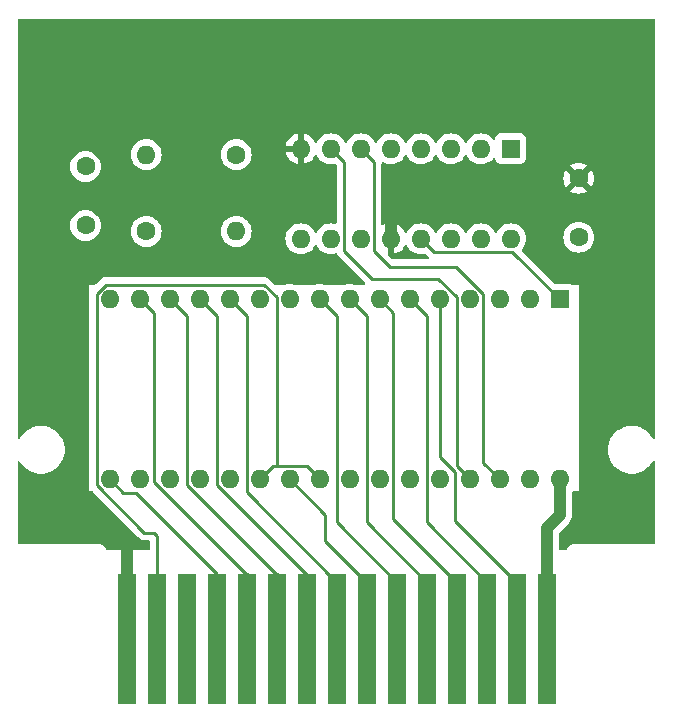
<source format=gbr>
%TF.GenerationSoftware,KiCad,Pcbnew,8.0.6*%
%TF.CreationDate,2025-01-07T17:27:52+02:00*%
%TF.ProjectId,SVI-328-MegaROM,5356492d-3332-4382-9d4d-656761524f4d,1.0*%
%TF.SameCoordinates,Original*%
%TF.FileFunction,Copper,L2,Bot*%
%TF.FilePolarity,Positive*%
%FSLAX46Y46*%
G04 Gerber Fmt 4.6, Leading zero omitted, Abs format (unit mm)*
G04 Created by KiCad (PCBNEW 8.0.6) date 2025-01-07 17:27:52*
%MOMM*%
%LPD*%
G01*
G04 APERTURE LIST*
%TA.AperFunction,ComponentPad*%
%ADD10O,1.600000X1.600000*%
%TD*%
%TA.AperFunction,ComponentPad*%
%ADD11C,1.600000*%
%TD*%
%TA.AperFunction,ComponentPad*%
%ADD12R,1.600000X1.600000*%
%TD*%
%TA.AperFunction,ConnectorPad*%
%ADD13R,1.500000X11.000000*%
%TD*%
%TA.AperFunction,Conductor*%
%ADD14C,1.000000*%
%TD*%
%TA.AperFunction,Conductor*%
%ADD15C,0.250000*%
%TD*%
G04 APERTURE END LIST*
D10*
%TO.P,R2,2*%
%TO.N,Net-(C2-Pad1)*%
X117880000Y-115000000D03*
D11*
%TO.P,R2,1*%
%TO.N,Net-(U2-~{\u03A61})*%
X125500000Y-115000000D03*
%TD*%
%TO.P,R1,1*%
%TO.N,Net-(C2-Pad1)*%
X117880000Y-121500000D03*
D10*
%TO.P,R1,2*%
%TO.N,Net-(U2-\u03A60)*%
X125500000Y-121500000D03*
%TD*%
D12*
%TO.P,U2,1,Q12*%
%TO.N,unconnected-(U2-Q12-Pad1)*%
X148740000Y-114500000D03*
D10*
%TO.P,U2,2,Q13*%
%TO.N,unconnected-(U2-Q13-Pad2)*%
X146200000Y-114500000D03*
%TO.P,U2,3,Q14*%
%TO.N,unconnected-(U2-Q14-Pad3)*%
X143660000Y-114500000D03*
%TO.P,U2,4,Q6*%
%TO.N,Net-(U1-A16)*%
X141120000Y-114500000D03*
%TO.P,U2,5,Q5*%
%TO.N,Net-(U1-A15)*%
X138580000Y-114500000D03*
%TO.P,U2,6,Q7*%
%TO.N,Net-(U1-A17)*%
X136040000Y-114500000D03*
%TO.P,U2,7,Q4*%
%TO.N,Net-(U1-A14)*%
X133500000Y-114500000D03*
%TO.P,U2,8,VSS*%
%TO.N,GND*%
X130960000Y-114500000D03*
%TO.P,U2,9,~{\u03A60}*%
%TO.N,Net-(U2-~{\u03A60})*%
X130960000Y-122120000D03*
%TO.P,U2,10,\u03A60*%
%TO.N,Net-(U2-\u03A60)*%
X133500000Y-122120000D03*
%TO.P,U2,11,~{\u03A61}*%
%TO.N,Net-(U2-~{\u03A61})*%
X136040000Y-122120000D03*
%TO.P,U2,12,CLR*%
%TO.N,GND*%
X138580000Y-122120000D03*
%TO.P,U2,13,Q9*%
%TO.N,Net-(U1-A19)*%
X141120000Y-122120000D03*
%TO.P,U2,14,Q8*%
%TO.N,Net-(U1-A18)*%
X143660000Y-122120000D03*
%TO.P,U2,15,Q10*%
%TO.N,unconnected-(U2-Q10-Pad15)*%
X146200000Y-122120000D03*
%TO.P,U2,16,VDD*%
%TO.N,VCC*%
X148740000Y-122120000D03*
%TD*%
D12*
%TO.P,U1,1,A19*%
%TO.N,Net-(U1-A19)*%
X152900000Y-127260000D03*
D10*
%TO.P,U1,2,A16*%
%TO.N,Net-(U1-A16)*%
X150360000Y-127260000D03*
%TO.P,U1,3,A15*%
%TO.N,Net-(U1-A15)*%
X147820000Y-127260000D03*
%TO.P,U1,4,A12*%
%TO.N,A12*%
X145280000Y-127260000D03*
%TO.P,U1,5,A7*%
%TO.N,A7*%
X142740000Y-127260000D03*
%TO.P,U1,6,A6*%
%TO.N,A6*%
X140200000Y-127260000D03*
%TO.P,U1,7,A5*%
%TO.N,A5*%
X137660000Y-127260000D03*
%TO.P,U1,8,A4*%
%TO.N,A4*%
X135120000Y-127260000D03*
%TO.P,U1,9,A3*%
%TO.N,A3*%
X132580000Y-127260000D03*
%TO.P,U1,10,A2*%
%TO.N,A2*%
X130040000Y-127260000D03*
%TO.P,U1,11,A1*%
%TO.N,A1*%
X127500000Y-127260000D03*
%TO.P,U1,12,A0*%
%TO.N,A0*%
X124960000Y-127260000D03*
%TO.P,U1,13,D0*%
%TO.N,D0*%
X122420000Y-127260000D03*
%TO.P,U1,14,D1*%
%TO.N,D1*%
X119880000Y-127260000D03*
%TO.P,U1,15,D2*%
%TO.N,D2*%
X117340000Y-127260000D03*
%TO.P,U1,16,GND*%
%TO.N,GND*%
X114800000Y-127260000D03*
%TO.P,U1,17,D3*%
%TO.N,D3*%
X114800000Y-142500000D03*
%TO.P,U1,18,D4*%
%TO.N,D4*%
X117340000Y-142500000D03*
%TO.P,U1,19,D5*%
%TO.N,D5*%
X119880000Y-142500000D03*
%TO.P,U1,20,D6*%
%TO.N,D6*%
X122420000Y-142500000D03*
%TO.P,U1,21,D7*%
%TO.N,D7*%
X124960000Y-142500000D03*
%TO.P,U1,22,~{CE}*%
%TO.N,{slash}CCS1*%
X127500000Y-142500000D03*
%TO.P,U1,23,A10*%
%TO.N,A10*%
X130040000Y-142500000D03*
%TO.P,U1,24,~{OE}*%
%TO.N,{slash}CCS1*%
X132580000Y-142500000D03*
%TO.P,U1,25,A11*%
%TO.N,A11*%
X135120000Y-142500000D03*
%TO.P,U1,26,A9*%
%TO.N,A9*%
X137660000Y-142500000D03*
%TO.P,U1,27,A8*%
%TO.N,A8*%
X140200000Y-142500000D03*
%TO.P,U1,28,A13*%
%TO.N,A13*%
X142740000Y-142500000D03*
%TO.P,U1,29,A14*%
%TO.N,Net-(U1-A14)*%
X145280000Y-142500000D03*
%TO.P,U1,30,A17*%
%TO.N,Net-(U1-A17)*%
X147820000Y-142500000D03*
%TO.P,U1,31,A18*%
%TO.N,Net-(U1-A18)*%
X150360000Y-142500000D03*
%TO.P,U1,32,VCC*%
%TO.N,VCC*%
X152900000Y-142500000D03*
%TD*%
D11*
%TO.P,C2,2*%
%TO.N,Net-(U2-~{\u03A60})*%
X112740000Y-121000000D03*
%TO.P,C2,1*%
%TO.N,Net-(C2-Pad1)*%
X112740000Y-116000000D03*
%TD*%
D13*
%TO.P,J1,1,Pin_1*%
%TO.N,VCC*%
X151808691Y-156000414D03*
%TO.P,J1,3,Pin_3*%
%TO.N,A7*%
X149268691Y-156000414D03*
%TO.P,J1,5,Pin_5*%
%TO.N,A6*%
X146728691Y-156000414D03*
%TO.P,J1,7,Pin_7*%
%TO.N,A5*%
X144188691Y-156000414D03*
%TO.P,J1,9,Pin_9*%
%TO.N,A4*%
X141648691Y-156000414D03*
%TO.P,J1,11,Pin_11*%
%TO.N,A3*%
X139108691Y-156000414D03*
%TO.P,J1,13,Pin_13*%
%TO.N,A10*%
X136568691Y-156000414D03*
%TO.P,J1,15,Pin_15*%
%TO.N,A0*%
X134028691Y-156000414D03*
%TO.P,J1,17,Pin_17*%
%TO.N,D0*%
X131488691Y-156000414D03*
%TO.P,J1,19,Pin_19*%
%TO.N,D1*%
X128948691Y-156000414D03*
%TO.P,J1,21,Pin_21*%
%TO.N,D2*%
X126408691Y-156000414D03*
%TO.P,J1,23,Pin_23*%
%TO.N,D3*%
X123868691Y-156000414D03*
%TO.P,J1,25,Pin_25*%
%TO.N,unconnected-(J1-Pin_25-Pad25)*%
X121328691Y-156000414D03*
%TO.P,J1,27,Pin_27*%
%TO.N,{slash}CCS1*%
X118788691Y-156000414D03*
%TO.P,J1,29,Pin_29*%
%TO.N,GND*%
X116248691Y-156000414D03*
%TD*%
D11*
%TO.P,C1,1*%
%TO.N,VCC*%
X154500000Y-122000000D03*
%TO.P,C1,2*%
%TO.N,GND*%
X154500000Y-117000000D03*
%TD*%
D14*
%TO.N,GND*%
X138580000Y-120420000D02*
X139000000Y-120000000D01*
X138580000Y-122120000D02*
X138580000Y-120420000D01*
X116248691Y-148248691D02*
X113500000Y-145500000D01*
X116248691Y-156000414D02*
X116248691Y-148248691D01*
D15*
%TO.N,{slash}CCS1*%
X118788691Y-147288691D02*
X118500000Y-147000000D01*
X118500000Y-147000000D02*
X117709009Y-147000000D01*
X118788691Y-156000414D02*
X118788691Y-147288691D01*
X113675000Y-142965991D02*
X113675000Y-126794009D01*
X117709009Y-147000000D02*
X113675000Y-142965991D01*
X113675000Y-126794009D02*
X114469009Y-126000000D01*
X114469009Y-126000000D02*
X117009009Y-126000000D01*
%TO.N,D3*%
X123868691Y-150493691D02*
X117000000Y-143625000D01*
X123868691Y-156000414D02*
X123868691Y-150493691D01*
X117000000Y-143625000D02*
X115925000Y-143625000D01*
X115925000Y-143625000D02*
X114800000Y-142500000D01*
%TO.N,{slash}CCS1*%
X129000000Y-141375000D02*
X128625000Y-141375000D01*
X131455000Y-141375000D02*
X129000000Y-141375000D01*
X117009009Y-126000000D02*
X127830991Y-126000000D01*
X127830991Y-126000000D02*
X128915000Y-127084009D01*
X128915000Y-141290000D02*
X129000000Y-141375000D01*
X128915000Y-127084009D02*
X128915000Y-141290000D01*
%TO.N,Net-(U1-A17)*%
X144110991Y-124500000D02*
X138500000Y-124500000D01*
X146405000Y-126794009D02*
X144110991Y-124500000D01*
X137165000Y-115625000D02*
X136040000Y-114500000D01*
X146405000Y-141085000D02*
X146405000Y-126794009D01*
X138500000Y-124500000D02*
X137165000Y-123165000D01*
X137165000Y-123165000D02*
X137165000Y-115625000D01*
%TO.N,Net-(U1-A14)*%
X142570991Y-125500000D02*
X137000000Y-125500000D01*
X144155000Y-127084009D02*
X142570991Y-125500000D01*
X144155000Y-141375000D02*
X144155000Y-127084009D01*
X137000000Y-125500000D02*
X134625000Y-123125000D01*
X134625000Y-123125000D02*
X134625000Y-115625000D01*
X134625000Y-115625000D02*
X133500000Y-114500000D01*
%TO.N,Net-(U1-A19)*%
X152900000Y-127260000D02*
X148885000Y-123245000D01*
X148885000Y-123245000D02*
X142245000Y-123245000D01*
X142245000Y-123245000D02*
X141120000Y-122120000D01*
%TO.N,D2*%
X126408691Y-150591309D02*
X126500000Y-150500000D01*
X126408691Y-156000414D02*
X126408691Y-150591309D01*
X126500000Y-150500000D02*
X126289009Y-150500000D01*
X126289009Y-150500000D02*
X118500000Y-142710991D01*
X118500000Y-142710991D02*
X118500000Y-128420000D01*
X118500000Y-128420000D02*
X117340000Y-127260000D01*
%TO.N,D1*%
X128948691Y-150551309D02*
X129000000Y-150500000D01*
X128829009Y-150500000D02*
X121295000Y-142965991D01*
X128948691Y-156000414D02*
X128948691Y-150551309D01*
X129000000Y-150500000D02*
X128829009Y-150500000D01*
X121295000Y-142965991D02*
X121295000Y-128675000D01*
X121295000Y-128675000D02*
X119880000Y-127260000D01*
%TO.N,D0*%
X131488691Y-150511309D02*
X131500000Y-150500000D01*
X131488691Y-156000414D02*
X131488691Y-150511309D01*
X131500000Y-150500000D02*
X131369009Y-150500000D01*
X131369009Y-150500000D02*
X123835000Y-142965991D01*
X123835000Y-128675000D02*
X122420000Y-127260000D01*
X123835000Y-142965991D02*
X123835000Y-128675000D01*
%TO.N,A0*%
X134028691Y-156000414D02*
X134028691Y-151250414D01*
X134028691Y-151250414D02*
X126375000Y-143596723D01*
X126375000Y-128675000D02*
X124960000Y-127260000D01*
X126375000Y-143596723D02*
X126375000Y-128675000D01*
%TO.N,{slash}CCS1*%
X132580000Y-142500000D02*
X131455000Y-141375000D01*
X128625000Y-141375000D02*
X127500000Y-142500000D01*
%TO.N,A10*%
X133040000Y-147721723D02*
X133040000Y-145500000D01*
X133040000Y-145500000D02*
X130040000Y-142500000D01*
%TO.N,A3*%
X139108691Y-156000414D02*
X139108691Y-151250414D01*
X139108691Y-151250414D02*
X133995000Y-146136723D01*
X133995000Y-128675000D02*
X132580000Y-127260000D01*
X133995000Y-146136723D02*
X133995000Y-128675000D01*
%TO.N,A4*%
X141648691Y-156000414D02*
X141648691Y-151250414D01*
X136535000Y-128675000D02*
X135120000Y-127260000D01*
X141648691Y-151250414D02*
X136535000Y-146136723D01*
X136535000Y-146136723D02*
X136535000Y-128675000D01*
%TO.N,A5*%
X144188691Y-156000414D02*
X144188691Y-151250414D01*
X144188691Y-151250414D02*
X138785000Y-145846723D01*
X138785000Y-145846723D02*
X138785000Y-128385000D01*
X138785000Y-128385000D02*
X137660000Y-127260000D01*
%TO.N,A6*%
X146728691Y-156000414D02*
X146728691Y-151250414D01*
X146728691Y-151250414D02*
X141615000Y-146136723D01*
X141615000Y-146136723D02*
X141615000Y-128675000D01*
X141615000Y-128675000D02*
X140200000Y-127260000D01*
%TO.N,A7*%
X149268691Y-156000414D02*
X149268691Y-151250414D01*
X144000000Y-141856396D02*
X142740000Y-140596396D01*
X149268691Y-151250414D02*
X144000000Y-145981723D01*
X142740000Y-140596396D02*
X142740000Y-127260000D01*
X144000000Y-145981723D02*
X144000000Y-141856396D01*
%TO.N,Net-(U1-A14)*%
X145280000Y-142500000D02*
X144155000Y-141375000D01*
%TO.N,Net-(U1-A17)*%
X147820000Y-142500000D02*
X146405000Y-141085000D01*
D14*
%TO.N,VCC*%
X151808691Y-146635133D02*
X152900000Y-145543824D01*
X152900000Y-145543824D02*
X152900000Y-142500000D01*
X151808691Y-156000414D02*
X151808691Y-146635133D01*
D15*
%TO.N,A10*%
X136568691Y-151250414D02*
X133040000Y-147721723D01*
X136568691Y-156000414D02*
X136568691Y-151250414D01*
%TD*%
%TA.AperFunction,Conductor*%
%TO.N,GND*%
G36*
X160921848Y-103520185D02*
G01*
X160967603Y-103572989D01*
X160978809Y-103624500D01*
X160978809Y-138956751D01*
X160959124Y-139023790D01*
X160906320Y-139069545D01*
X160837162Y-139079489D01*
X160773606Y-139050464D01*
X160744712Y-139013800D01*
X160710291Y-138947372D01*
X160710287Y-138947366D01*
X160710287Y-138947365D01*
X160710284Y-138947360D01*
X160550838Y-138721476D01*
X160550834Y-138721472D01*
X160550833Y-138721470D01*
X160362103Y-138519389D01*
X160362096Y-138519384D01*
X160362095Y-138519382D01*
X160147610Y-138344886D01*
X159911359Y-138201219D01*
X159657750Y-138091061D01*
X159391499Y-138016461D01*
X159391494Y-138016460D01*
X159391493Y-138016460D01*
X159254527Y-137997634D01*
X159117563Y-137978809D01*
X159117562Y-137978809D01*
X158841056Y-137978809D01*
X158841055Y-137978809D01*
X158567125Y-138016460D01*
X158567118Y-138016461D01*
X158300867Y-138091061D01*
X158047258Y-138201219D01*
X157811007Y-138344886D01*
X157596522Y-138519382D01*
X157407779Y-138721476D01*
X157248333Y-138947360D01*
X157248329Y-138947366D01*
X157121116Y-139192877D01*
X157028522Y-139453409D01*
X157028517Y-139453425D01*
X156972264Y-139724135D01*
X156972263Y-139724137D01*
X156953395Y-140000000D01*
X156972263Y-140275862D01*
X156972264Y-140275864D01*
X157028517Y-140546574D01*
X157028522Y-140546590D01*
X157121116Y-140807122D01*
X157121115Y-140807122D01*
X157248329Y-141052633D01*
X157248333Y-141052639D01*
X157407779Y-141278523D01*
X157407783Y-141278527D01*
X157407785Y-141278530D01*
X157596515Y-141480611D01*
X157811004Y-141655111D01*
X157811006Y-141655112D01*
X157811007Y-141655113D01*
X158047258Y-141798780D01*
X158300867Y-141908938D01*
X158300872Y-141908940D01*
X158567125Y-141983540D01*
X158807953Y-142016641D01*
X158841055Y-142021191D01*
X158841056Y-142021191D01*
X159117563Y-142021191D01*
X159147095Y-142017131D01*
X159391493Y-141983540D01*
X159657746Y-141908940D01*
X159911361Y-141798779D01*
X160147614Y-141655111D01*
X160362103Y-141480611D01*
X160550833Y-141278530D01*
X160710289Y-141052632D01*
X160744711Y-140986199D01*
X160793031Y-140935733D01*
X160860965Y-140919401D01*
X160926945Y-140942390D01*
X160970022Y-140997400D01*
X160978809Y-141043248D01*
X160978809Y-147875500D01*
X160959124Y-147942539D01*
X160906320Y-147988294D01*
X160854809Y-147999500D01*
X153934108Y-147999500D01*
X153806812Y-148033608D01*
X153692686Y-148099500D01*
X153692683Y-148099502D01*
X153599502Y-148192683D01*
X153599500Y-148192686D01*
X153533608Y-148306812D01*
X153506471Y-148408093D01*
X153470106Y-148467754D01*
X153407259Y-148498283D01*
X153386696Y-148500000D01*
X152933191Y-148500000D01*
X152866152Y-148480315D01*
X152820397Y-148427511D01*
X152809191Y-148376000D01*
X152809191Y-147100914D01*
X152828876Y-147033875D01*
X152845506Y-147013237D01*
X153537778Y-146320965D01*
X153537782Y-146320963D01*
X153677139Y-146181606D01*
X153786632Y-146017738D01*
X153862051Y-145835659D01*
X153900500Y-145642365D01*
X153900500Y-143624000D01*
X153920185Y-143556961D01*
X153972989Y-143511206D01*
X154024500Y-143500000D01*
X154500000Y-143500000D01*
X154500000Y-126000000D01*
X153921258Y-126000000D01*
X153877925Y-125992182D01*
X153807482Y-125965908D01*
X153807483Y-125965908D01*
X153747883Y-125959501D01*
X153747881Y-125959500D01*
X153747873Y-125959500D01*
X153747865Y-125959500D01*
X152535453Y-125959500D01*
X152468414Y-125939815D01*
X152447772Y-125923181D01*
X149699569Y-123174978D01*
X149666084Y-123113655D01*
X149671068Y-123043963D01*
X149699568Y-122999616D01*
X149740047Y-122959139D01*
X149870568Y-122772734D01*
X149966739Y-122566496D01*
X150025635Y-122346692D01*
X150045468Y-122120000D01*
X150034969Y-121999998D01*
X153194532Y-121999998D01*
X153194532Y-122000001D01*
X153214364Y-122226686D01*
X153214366Y-122226697D01*
X153273258Y-122446488D01*
X153273261Y-122446497D01*
X153369431Y-122652732D01*
X153369432Y-122652734D01*
X153499954Y-122839141D01*
X153660858Y-123000045D01*
X153660861Y-123000047D01*
X153847266Y-123130568D01*
X154053504Y-123226739D01*
X154273308Y-123285635D01*
X154435230Y-123299801D01*
X154499998Y-123305468D01*
X154500000Y-123305468D01*
X154500002Y-123305468D01*
X154556673Y-123300509D01*
X154726692Y-123285635D01*
X154946496Y-123226739D01*
X155152734Y-123130568D01*
X155339139Y-123000047D01*
X155500047Y-122839139D01*
X155630568Y-122652734D01*
X155726739Y-122446496D01*
X155785635Y-122226692D01*
X155805468Y-122000000D01*
X155785635Y-121773308D01*
X155726739Y-121553504D01*
X155630568Y-121347266D01*
X155500047Y-121160861D01*
X155500045Y-121160858D01*
X155339141Y-120999954D01*
X155152734Y-120869432D01*
X155152732Y-120869431D01*
X154946497Y-120773261D01*
X154946488Y-120773258D01*
X154726697Y-120714366D01*
X154726693Y-120714365D01*
X154726692Y-120714365D01*
X154726691Y-120714364D01*
X154726686Y-120714364D01*
X154500002Y-120694532D01*
X154499998Y-120694532D01*
X154273313Y-120714364D01*
X154273302Y-120714366D01*
X154053511Y-120773258D01*
X154053502Y-120773261D01*
X153847267Y-120869431D01*
X153847265Y-120869432D01*
X153660858Y-120999954D01*
X153499954Y-121160858D01*
X153369432Y-121347265D01*
X153369431Y-121347267D01*
X153273261Y-121553502D01*
X153273258Y-121553511D01*
X153214366Y-121773302D01*
X153214364Y-121773313D01*
X153194532Y-121999998D01*
X150034969Y-121999998D01*
X150025635Y-121893308D01*
X149966739Y-121673504D01*
X149870568Y-121467266D01*
X149740047Y-121280861D01*
X149740045Y-121280858D01*
X149579141Y-121119954D01*
X149392734Y-120989432D01*
X149392732Y-120989431D01*
X149186497Y-120893261D01*
X149186488Y-120893258D01*
X148966697Y-120834366D01*
X148966693Y-120834365D01*
X148966692Y-120834365D01*
X148966691Y-120834364D01*
X148966686Y-120834364D01*
X148740002Y-120814532D01*
X148739998Y-120814532D01*
X148513313Y-120834364D01*
X148513302Y-120834366D01*
X148293511Y-120893258D01*
X148293502Y-120893261D01*
X148087267Y-120989431D01*
X148087265Y-120989432D01*
X147900858Y-121119954D01*
X147739954Y-121280858D01*
X147609432Y-121467265D01*
X147609431Y-121467267D01*
X147582382Y-121525275D01*
X147536209Y-121577714D01*
X147469016Y-121596866D01*
X147402135Y-121576650D01*
X147357618Y-121525275D01*
X147330568Y-121467266D01*
X147200047Y-121280861D01*
X147200045Y-121280858D01*
X147039141Y-121119954D01*
X146852734Y-120989432D01*
X146852732Y-120989431D01*
X146646497Y-120893261D01*
X146646488Y-120893258D01*
X146426697Y-120834366D01*
X146426693Y-120834365D01*
X146426692Y-120834365D01*
X146426691Y-120834364D01*
X146426686Y-120834364D01*
X146200002Y-120814532D01*
X146199998Y-120814532D01*
X145973313Y-120834364D01*
X145973302Y-120834366D01*
X145753511Y-120893258D01*
X145753502Y-120893261D01*
X145547267Y-120989431D01*
X145547265Y-120989432D01*
X145360858Y-121119954D01*
X145199954Y-121280858D01*
X145069432Y-121467265D01*
X145069431Y-121467267D01*
X145042382Y-121525275D01*
X144996209Y-121577714D01*
X144929016Y-121596866D01*
X144862135Y-121576650D01*
X144817618Y-121525275D01*
X144790568Y-121467266D01*
X144660047Y-121280861D01*
X144660045Y-121280858D01*
X144499141Y-121119954D01*
X144312734Y-120989432D01*
X144312732Y-120989431D01*
X144106497Y-120893261D01*
X144106488Y-120893258D01*
X143886697Y-120834366D01*
X143886693Y-120834365D01*
X143886692Y-120834365D01*
X143886691Y-120834364D01*
X143886686Y-120834364D01*
X143660002Y-120814532D01*
X143659998Y-120814532D01*
X143433313Y-120834364D01*
X143433302Y-120834366D01*
X143213511Y-120893258D01*
X143213502Y-120893261D01*
X143007267Y-120989431D01*
X143007265Y-120989432D01*
X142820858Y-121119954D01*
X142659954Y-121280858D01*
X142529432Y-121467265D01*
X142529431Y-121467267D01*
X142502382Y-121525275D01*
X142456209Y-121577714D01*
X142389016Y-121596866D01*
X142322135Y-121576650D01*
X142277618Y-121525275D01*
X142250568Y-121467266D01*
X142120047Y-121280861D01*
X142120045Y-121280858D01*
X141959141Y-121119954D01*
X141772734Y-120989432D01*
X141772732Y-120989431D01*
X141566497Y-120893261D01*
X141566488Y-120893258D01*
X141346697Y-120834366D01*
X141346693Y-120834365D01*
X141346692Y-120834365D01*
X141346691Y-120834364D01*
X141346686Y-120834364D01*
X141120002Y-120814532D01*
X141119998Y-120814532D01*
X140893313Y-120834364D01*
X140893302Y-120834366D01*
X140673511Y-120893258D01*
X140673502Y-120893261D01*
X140467267Y-120989431D01*
X140467265Y-120989432D01*
X140280858Y-121119954D01*
X140119954Y-121280858D01*
X140003975Y-121446496D01*
X139989432Y-121467266D01*
X139974168Y-121500001D01*
X139962106Y-121525867D01*
X139915933Y-121578306D01*
X139848739Y-121597457D01*
X139781858Y-121577241D01*
X139737342Y-121525865D01*
X139710135Y-121467520D01*
X139710134Y-121467518D01*
X139579657Y-121281179D01*
X139418820Y-121120342D01*
X139232482Y-120989865D01*
X139026328Y-120893734D01*
X138830000Y-120841127D01*
X138830000Y-121804314D01*
X138825606Y-121799920D01*
X138734394Y-121747259D01*
X138632661Y-121720000D01*
X138527339Y-121720000D01*
X138425606Y-121747259D01*
X138334394Y-121799920D01*
X138330000Y-121804314D01*
X138330000Y-120841127D01*
X138133671Y-120893734D01*
X137966905Y-120971499D01*
X137897827Y-120981991D01*
X137834043Y-120953471D01*
X137795804Y-120894994D01*
X137790500Y-120859117D01*
X137790500Y-116999997D01*
X153195034Y-116999997D01*
X153195034Y-117000002D01*
X153214858Y-117226599D01*
X153214860Y-117226610D01*
X153273730Y-117446317D01*
X153273735Y-117446331D01*
X153369863Y-117652478D01*
X153420974Y-117725472D01*
X154100000Y-117046446D01*
X154100000Y-117052661D01*
X154127259Y-117154394D01*
X154179920Y-117245606D01*
X154254394Y-117320080D01*
X154345606Y-117372741D01*
X154447339Y-117400000D01*
X154453553Y-117400000D01*
X153774526Y-118079025D01*
X153847513Y-118130132D01*
X153847521Y-118130136D01*
X154053668Y-118226264D01*
X154053682Y-118226269D01*
X154273389Y-118285139D01*
X154273400Y-118285141D01*
X154499998Y-118304966D01*
X154500002Y-118304966D01*
X154726599Y-118285141D01*
X154726610Y-118285139D01*
X154946317Y-118226269D01*
X154946331Y-118226264D01*
X155152478Y-118130136D01*
X155225471Y-118079024D01*
X154546447Y-117400000D01*
X154552661Y-117400000D01*
X154654394Y-117372741D01*
X154745606Y-117320080D01*
X154820080Y-117245606D01*
X154872741Y-117154394D01*
X154900000Y-117052661D01*
X154900000Y-117046447D01*
X155579024Y-117725471D01*
X155630136Y-117652478D01*
X155726264Y-117446331D01*
X155726269Y-117446317D01*
X155785139Y-117226610D01*
X155785141Y-117226599D01*
X155804966Y-117000002D01*
X155804966Y-116999997D01*
X155785141Y-116773400D01*
X155785139Y-116773389D01*
X155726269Y-116553682D01*
X155726264Y-116553668D01*
X155630136Y-116347521D01*
X155630132Y-116347513D01*
X155579025Y-116274526D01*
X154900000Y-116953551D01*
X154900000Y-116947339D01*
X154872741Y-116845606D01*
X154820080Y-116754394D01*
X154745606Y-116679920D01*
X154654394Y-116627259D01*
X154552661Y-116600000D01*
X154546448Y-116600000D01*
X155225472Y-115920974D01*
X155152478Y-115869863D01*
X154946331Y-115773735D01*
X154946317Y-115773730D01*
X154726610Y-115714860D01*
X154726599Y-115714858D01*
X154500002Y-115695034D01*
X154499998Y-115695034D01*
X154273400Y-115714858D01*
X154273389Y-115714860D01*
X154053682Y-115773730D01*
X154053673Y-115773734D01*
X153847516Y-115869866D01*
X153847512Y-115869868D01*
X153774526Y-115920973D01*
X153774526Y-115920974D01*
X154453553Y-116600000D01*
X154447339Y-116600000D01*
X154345606Y-116627259D01*
X154254394Y-116679920D01*
X154179920Y-116754394D01*
X154127259Y-116845606D01*
X154100000Y-116947339D01*
X154100000Y-116953552D01*
X153420974Y-116274526D01*
X153420973Y-116274526D01*
X153369868Y-116347512D01*
X153369866Y-116347516D01*
X153273734Y-116553673D01*
X153273730Y-116553682D01*
X153214860Y-116773389D01*
X153214858Y-116773400D01*
X153195034Y-116999997D01*
X137790500Y-116999997D01*
X137790500Y-115761433D01*
X137810185Y-115694394D01*
X137862989Y-115648639D01*
X137932147Y-115638695D01*
X137966898Y-115649049D01*
X138133504Y-115726739D01*
X138353308Y-115785635D01*
X138510780Y-115799412D01*
X138579998Y-115805468D01*
X138580000Y-115805468D01*
X138580002Y-115805468D01*
X138649220Y-115799412D01*
X138806692Y-115785635D01*
X139026496Y-115726739D01*
X139232734Y-115630568D01*
X139419139Y-115500047D01*
X139580047Y-115339139D01*
X139710568Y-115152734D01*
X139737618Y-115094724D01*
X139783790Y-115042285D01*
X139850983Y-115023133D01*
X139917865Y-115043348D01*
X139962382Y-115094725D01*
X139989429Y-115152728D01*
X139989432Y-115152734D01*
X140119954Y-115339141D01*
X140280858Y-115500045D01*
X140280861Y-115500047D01*
X140467266Y-115630568D01*
X140673504Y-115726739D01*
X140893308Y-115785635D01*
X141050780Y-115799412D01*
X141119998Y-115805468D01*
X141120000Y-115805468D01*
X141120002Y-115805468D01*
X141189220Y-115799412D01*
X141346692Y-115785635D01*
X141566496Y-115726739D01*
X141772734Y-115630568D01*
X141959139Y-115500047D01*
X142120047Y-115339139D01*
X142250568Y-115152734D01*
X142277618Y-115094724D01*
X142323790Y-115042285D01*
X142390983Y-115023133D01*
X142457865Y-115043348D01*
X142502382Y-115094725D01*
X142529429Y-115152728D01*
X142529432Y-115152734D01*
X142659954Y-115339141D01*
X142820858Y-115500045D01*
X142820861Y-115500047D01*
X143007266Y-115630568D01*
X143213504Y-115726739D01*
X143433308Y-115785635D01*
X143590780Y-115799412D01*
X143659998Y-115805468D01*
X143660000Y-115805468D01*
X143660002Y-115805468D01*
X143729220Y-115799412D01*
X143886692Y-115785635D01*
X144106496Y-115726739D01*
X144312734Y-115630568D01*
X144499139Y-115500047D01*
X144660047Y-115339139D01*
X144790568Y-115152734D01*
X144817618Y-115094724D01*
X144863790Y-115042285D01*
X144930983Y-115023133D01*
X144997865Y-115043348D01*
X145042382Y-115094725D01*
X145069429Y-115152728D01*
X145069432Y-115152734D01*
X145199954Y-115339141D01*
X145360858Y-115500045D01*
X145360861Y-115500047D01*
X145547266Y-115630568D01*
X145753504Y-115726739D01*
X145973308Y-115785635D01*
X146130780Y-115799412D01*
X146199998Y-115805468D01*
X146200000Y-115805468D01*
X146200002Y-115805468D01*
X146269220Y-115799412D01*
X146426692Y-115785635D01*
X146646496Y-115726739D01*
X146852734Y-115630568D01*
X147039139Y-115500047D01*
X147200047Y-115339139D01*
X147217272Y-115314539D01*
X147271848Y-115270913D01*
X147341346Y-115263718D01*
X147403701Y-115295239D01*
X147439116Y-115355468D01*
X147442138Y-115372406D01*
X147445908Y-115407483D01*
X147496202Y-115542328D01*
X147496206Y-115542335D01*
X147582452Y-115657544D01*
X147582455Y-115657547D01*
X147697664Y-115743793D01*
X147697671Y-115743797D01*
X147832517Y-115794091D01*
X147832516Y-115794091D01*
X147839444Y-115794835D01*
X147892127Y-115800500D01*
X149587872Y-115800499D01*
X149647483Y-115794091D01*
X149782331Y-115743796D01*
X149897546Y-115657546D01*
X149983796Y-115542331D01*
X150034091Y-115407483D01*
X150040500Y-115347873D01*
X150040499Y-113652128D01*
X150034091Y-113592517D01*
X149999567Y-113499954D01*
X149983797Y-113457671D01*
X149983793Y-113457664D01*
X149897547Y-113342455D01*
X149897544Y-113342452D01*
X149782335Y-113256206D01*
X149782328Y-113256202D01*
X149647482Y-113205908D01*
X149647483Y-113205908D01*
X149587883Y-113199501D01*
X149587881Y-113199500D01*
X149587873Y-113199500D01*
X149587864Y-113199500D01*
X147892129Y-113199500D01*
X147892123Y-113199501D01*
X147832516Y-113205908D01*
X147697671Y-113256202D01*
X147697664Y-113256206D01*
X147582455Y-113342452D01*
X147582452Y-113342455D01*
X147496206Y-113457664D01*
X147496202Y-113457671D01*
X147445908Y-113592516D01*
X147442137Y-113627596D01*
X147415398Y-113692146D01*
X147358006Y-113731994D01*
X147288180Y-113734487D01*
X147228092Y-113698834D01*
X147217273Y-113685462D01*
X147200045Y-113660858D01*
X147039141Y-113499954D01*
X146852734Y-113369432D01*
X146852732Y-113369431D01*
X146646497Y-113273261D01*
X146646488Y-113273258D01*
X146426697Y-113214366D01*
X146426693Y-113214365D01*
X146426692Y-113214365D01*
X146426691Y-113214364D01*
X146426686Y-113214364D01*
X146200002Y-113194532D01*
X146199998Y-113194532D01*
X145973313Y-113214364D01*
X145973302Y-113214366D01*
X145753511Y-113273258D01*
X145753502Y-113273261D01*
X145547267Y-113369431D01*
X145547265Y-113369432D01*
X145360858Y-113499954D01*
X145199954Y-113660858D01*
X145069432Y-113847265D01*
X145069431Y-113847267D01*
X145042382Y-113905275D01*
X144996209Y-113957714D01*
X144929016Y-113976866D01*
X144862135Y-113956650D01*
X144817618Y-113905275D01*
X144800904Y-113869432D01*
X144790568Y-113847266D01*
X144686636Y-113698834D01*
X144660045Y-113660858D01*
X144499141Y-113499954D01*
X144312734Y-113369432D01*
X144312732Y-113369431D01*
X144106497Y-113273261D01*
X144106488Y-113273258D01*
X143886697Y-113214366D01*
X143886693Y-113214365D01*
X143886692Y-113214365D01*
X143886691Y-113214364D01*
X143886686Y-113214364D01*
X143660002Y-113194532D01*
X143659998Y-113194532D01*
X143433313Y-113214364D01*
X143433302Y-113214366D01*
X143213511Y-113273258D01*
X143213502Y-113273261D01*
X143007267Y-113369431D01*
X143007265Y-113369432D01*
X142820858Y-113499954D01*
X142659954Y-113660858D01*
X142529432Y-113847265D01*
X142529431Y-113847267D01*
X142502382Y-113905275D01*
X142456209Y-113957714D01*
X142389016Y-113976866D01*
X142322135Y-113956650D01*
X142277618Y-113905275D01*
X142260904Y-113869432D01*
X142250568Y-113847266D01*
X142146636Y-113698834D01*
X142120045Y-113660858D01*
X141959141Y-113499954D01*
X141772734Y-113369432D01*
X141772732Y-113369431D01*
X141566497Y-113273261D01*
X141566488Y-113273258D01*
X141346697Y-113214366D01*
X141346693Y-113214365D01*
X141346692Y-113214365D01*
X141346691Y-113214364D01*
X141346686Y-113214364D01*
X141120002Y-113194532D01*
X141119998Y-113194532D01*
X140893313Y-113214364D01*
X140893302Y-113214366D01*
X140673511Y-113273258D01*
X140673502Y-113273261D01*
X140467267Y-113369431D01*
X140467265Y-113369432D01*
X140280858Y-113499954D01*
X140119954Y-113660858D01*
X139989432Y-113847265D01*
X139989431Y-113847267D01*
X139962382Y-113905275D01*
X139916209Y-113957714D01*
X139849016Y-113976866D01*
X139782135Y-113956650D01*
X139737618Y-113905275D01*
X139720904Y-113869432D01*
X139710568Y-113847266D01*
X139606636Y-113698834D01*
X139580045Y-113660858D01*
X139419141Y-113499954D01*
X139232734Y-113369432D01*
X139232732Y-113369431D01*
X139026497Y-113273261D01*
X139026488Y-113273258D01*
X138806697Y-113214366D01*
X138806693Y-113214365D01*
X138806692Y-113214365D01*
X138806691Y-113214364D01*
X138806686Y-113214364D01*
X138580002Y-113194532D01*
X138579998Y-113194532D01*
X138353313Y-113214364D01*
X138353302Y-113214366D01*
X138133511Y-113273258D01*
X138133502Y-113273261D01*
X137927267Y-113369431D01*
X137927265Y-113369432D01*
X137740858Y-113499954D01*
X137579954Y-113660858D01*
X137449432Y-113847265D01*
X137449431Y-113847267D01*
X137422382Y-113905275D01*
X137376209Y-113957714D01*
X137309016Y-113976866D01*
X137242135Y-113956650D01*
X137197618Y-113905275D01*
X137180904Y-113869432D01*
X137170568Y-113847266D01*
X137066636Y-113698834D01*
X137040045Y-113660858D01*
X136879141Y-113499954D01*
X136692734Y-113369432D01*
X136692732Y-113369431D01*
X136486497Y-113273261D01*
X136486488Y-113273258D01*
X136266697Y-113214366D01*
X136266693Y-113214365D01*
X136266692Y-113214365D01*
X136266691Y-113214364D01*
X136266686Y-113214364D01*
X136040002Y-113194532D01*
X136039998Y-113194532D01*
X135813313Y-113214364D01*
X135813302Y-113214366D01*
X135593511Y-113273258D01*
X135593502Y-113273261D01*
X135387267Y-113369431D01*
X135387265Y-113369432D01*
X135200858Y-113499954D01*
X135039954Y-113660858D01*
X134909432Y-113847265D01*
X134909431Y-113847267D01*
X134882382Y-113905275D01*
X134836209Y-113957714D01*
X134769016Y-113976866D01*
X134702135Y-113956650D01*
X134657618Y-113905275D01*
X134640904Y-113869432D01*
X134630568Y-113847266D01*
X134526636Y-113698834D01*
X134500045Y-113660858D01*
X134339141Y-113499954D01*
X134152734Y-113369432D01*
X134152732Y-113369431D01*
X133946497Y-113273261D01*
X133946488Y-113273258D01*
X133726697Y-113214366D01*
X133726693Y-113214365D01*
X133726692Y-113214365D01*
X133726691Y-113214364D01*
X133726686Y-113214364D01*
X133500002Y-113194532D01*
X133499998Y-113194532D01*
X133273313Y-113214364D01*
X133273302Y-113214366D01*
X133053511Y-113273258D01*
X133053502Y-113273261D01*
X132847267Y-113369431D01*
X132847265Y-113369432D01*
X132660858Y-113499954D01*
X132499954Y-113660858D01*
X132421252Y-113773258D01*
X132369432Y-113847266D01*
X132369315Y-113847518D01*
X132342106Y-113905867D01*
X132295933Y-113958306D01*
X132228739Y-113977457D01*
X132161858Y-113957241D01*
X132117342Y-113905865D01*
X132090135Y-113847520D01*
X132090134Y-113847518D01*
X131959657Y-113661179D01*
X131798820Y-113500342D01*
X131612482Y-113369865D01*
X131406328Y-113273734D01*
X131210000Y-113221127D01*
X131210000Y-114184314D01*
X131205606Y-114179920D01*
X131114394Y-114127259D01*
X131012661Y-114100000D01*
X130907339Y-114100000D01*
X130805606Y-114127259D01*
X130714394Y-114179920D01*
X130710000Y-114184314D01*
X130710000Y-113221127D01*
X130513671Y-113273734D01*
X130307517Y-113369865D01*
X130121179Y-113500342D01*
X129960342Y-113661179D01*
X129829865Y-113847517D01*
X129733734Y-114053673D01*
X129733730Y-114053682D01*
X129681127Y-114249999D01*
X129681128Y-114250000D01*
X130644314Y-114250000D01*
X130639920Y-114254394D01*
X130587259Y-114345606D01*
X130560000Y-114447339D01*
X130560000Y-114552661D01*
X130587259Y-114654394D01*
X130639920Y-114745606D01*
X130644314Y-114750000D01*
X129681128Y-114750000D01*
X129733730Y-114946317D01*
X129733734Y-114946326D01*
X129829865Y-115152482D01*
X129960342Y-115338820D01*
X130121179Y-115499657D01*
X130307517Y-115630134D01*
X130513673Y-115726265D01*
X130513682Y-115726269D01*
X130709999Y-115778872D01*
X130710000Y-115778871D01*
X130710000Y-114815686D01*
X130714394Y-114820080D01*
X130805606Y-114872741D01*
X130907339Y-114900000D01*
X131012661Y-114900000D01*
X131114394Y-114872741D01*
X131205606Y-114820080D01*
X131210000Y-114815686D01*
X131210000Y-115778872D01*
X131406317Y-115726269D01*
X131406326Y-115726265D01*
X131612482Y-115630134D01*
X131798820Y-115499657D01*
X131959657Y-115338820D01*
X132090132Y-115152484D01*
X132117341Y-115094134D01*
X132163513Y-115041695D01*
X132230707Y-115022542D01*
X132297588Y-115042757D01*
X132342106Y-115094133D01*
X132369431Y-115152732D01*
X132369432Y-115152734D01*
X132499954Y-115339141D01*
X132660858Y-115500045D01*
X132660861Y-115500047D01*
X132847266Y-115630568D01*
X133053504Y-115726739D01*
X133273308Y-115785635D01*
X133430780Y-115799412D01*
X133499998Y-115805468D01*
X133500000Y-115805468D01*
X133500002Y-115805468D01*
X133569220Y-115799412D01*
X133726692Y-115785635D01*
X133795048Y-115767319D01*
X133864896Y-115768980D01*
X133914822Y-115799412D01*
X133963181Y-115847771D01*
X133996666Y-115909094D01*
X133999500Y-115935452D01*
X133999500Y-120745863D01*
X133979815Y-120812902D01*
X133927011Y-120858657D01*
X133857853Y-120868601D01*
X133843407Y-120865638D01*
X133726697Y-120834366D01*
X133726693Y-120834365D01*
X133726692Y-120834365D01*
X133726691Y-120834364D01*
X133726686Y-120834364D01*
X133500002Y-120814532D01*
X133499998Y-120814532D01*
X133273313Y-120834364D01*
X133273302Y-120834366D01*
X133053511Y-120893258D01*
X133053502Y-120893261D01*
X132847267Y-120989431D01*
X132847265Y-120989432D01*
X132660858Y-121119954D01*
X132499954Y-121280858D01*
X132369432Y-121467265D01*
X132369431Y-121467267D01*
X132342382Y-121525275D01*
X132296209Y-121577714D01*
X132229016Y-121596866D01*
X132162135Y-121576650D01*
X132117618Y-121525275D01*
X132090568Y-121467266D01*
X131960047Y-121280861D01*
X131960045Y-121280858D01*
X131799141Y-121119954D01*
X131612734Y-120989432D01*
X131612732Y-120989431D01*
X131406497Y-120893261D01*
X131406488Y-120893258D01*
X131186697Y-120834366D01*
X131186693Y-120834365D01*
X131186692Y-120834365D01*
X131186691Y-120834364D01*
X131186686Y-120834364D01*
X130960002Y-120814532D01*
X130959998Y-120814532D01*
X130733313Y-120834364D01*
X130733302Y-120834366D01*
X130513511Y-120893258D01*
X130513502Y-120893261D01*
X130307267Y-120989431D01*
X130307265Y-120989432D01*
X130120858Y-121119954D01*
X129959954Y-121280858D01*
X129829432Y-121467265D01*
X129829431Y-121467267D01*
X129733261Y-121673502D01*
X129733258Y-121673511D01*
X129674366Y-121893302D01*
X129674364Y-121893313D01*
X129654532Y-122119998D01*
X129654532Y-122120001D01*
X129674364Y-122346686D01*
X129674366Y-122346697D01*
X129733258Y-122566488D01*
X129733261Y-122566497D01*
X129829431Y-122772732D01*
X129829432Y-122772734D01*
X129959954Y-122959141D01*
X130120858Y-123120045D01*
X130120861Y-123120047D01*
X130307266Y-123250568D01*
X130513504Y-123346739D01*
X130513509Y-123346740D01*
X130513511Y-123346741D01*
X130549462Y-123356374D01*
X130733308Y-123405635D01*
X130890780Y-123419412D01*
X130959998Y-123425468D01*
X130960000Y-123425468D01*
X130960002Y-123425468D01*
X131029220Y-123419412D01*
X131186692Y-123405635D01*
X131406496Y-123346739D01*
X131612734Y-123250568D01*
X131799139Y-123120047D01*
X131960047Y-122959139D01*
X132090568Y-122772734D01*
X132117618Y-122714724D01*
X132163790Y-122662285D01*
X132230983Y-122643133D01*
X132297865Y-122663348D01*
X132342382Y-122714725D01*
X132369429Y-122772728D01*
X132369432Y-122772734D01*
X132499954Y-122959141D01*
X132660858Y-123120045D01*
X132660861Y-123120047D01*
X132847266Y-123250568D01*
X133053504Y-123346739D01*
X133053509Y-123346740D01*
X133053511Y-123346741D01*
X133089462Y-123356374D01*
X133273308Y-123405635D01*
X133430780Y-123419412D01*
X133499998Y-123425468D01*
X133500000Y-123425468D01*
X133500002Y-123425468D01*
X133569220Y-123419412D01*
X133726692Y-123405635D01*
X133925450Y-123352378D01*
X133995297Y-123354041D01*
X134053160Y-123393203D01*
X134067060Y-123416317D01*
X134067816Y-123415913D01*
X134070688Y-123421286D01*
X134097414Y-123461283D01*
X134097415Y-123461286D01*
X134097416Y-123461286D01*
X134139141Y-123523733D01*
X134230586Y-123615178D01*
X134230608Y-123615198D01*
X136403729Y-125788319D01*
X136437214Y-125849642D01*
X136432230Y-125919334D01*
X136390358Y-125975267D01*
X136324894Y-125999684D01*
X136316048Y-126000000D01*
X135458689Y-126000000D01*
X135426596Y-125995775D01*
X135346697Y-125974366D01*
X135346693Y-125974365D01*
X135346692Y-125974365D01*
X135346691Y-125974364D01*
X135346686Y-125974364D01*
X135120002Y-125954532D01*
X135119998Y-125954532D01*
X134893313Y-125974364D01*
X134893302Y-125974366D01*
X134813404Y-125995775D01*
X134781311Y-126000000D01*
X132918689Y-126000000D01*
X132886596Y-125995775D01*
X132806697Y-125974366D01*
X132806693Y-125974365D01*
X132806692Y-125974365D01*
X132806691Y-125974364D01*
X132806686Y-125974364D01*
X132580002Y-125954532D01*
X132579998Y-125954532D01*
X132353313Y-125974364D01*
X132353302Y-125974366D01*
X132273404Y-125995775D01*
X132241311Y-126000000D01*
X130378689Y-126000000D01*
X130346596Y-125995775D01*
X130266697Y-125974366D01*
X130266693Y-125974365D01*
X130266692Y-125974365D01*
X130266691Y-125974364D01*
X130266686Y-125974364D01*
X130040002Y-125954532D01*
X130039998Y-125954532D01*
X129813313Y-125974364D01*
X129813302Y-125974366D01*
X129733404Y-125995775D01*
X129701311Y-126000000D01*
X128766943Y-126000000D01*
X128699904Y-125980315D01*
X128679262Y-125963681D01*
X128321189Y-125605608D01*
X128321169Y-125605586D01*
X128229724Y-125514141D01*
X128178500Y-125479915D01*
X128127277Y-125445688D01*
X128127274Y-125445686D01*
X128127271Y-125445685D01*
X128046783Y-125412347D01*
X128013444Y-125398537D01*
X128003418Y-125396543D01*
X127953020Y-125386518D01*
X127892601Y-125374500D01*
X127892598Y-125374500D01*
X127892597Y-125374500D01*
X117070615Y-125374500D01*
X114530615Y-125374500D01*
X114407402Y-125374500D01*
X114407398Y-125374500D01*
X114346980Y-125386518D01*
X114303752Y-125395116D01*
X114286555Y-125398537D01*
X114172725Y-125445687D01*
X114172716Y-125445692D01*
X114070277Y-125514140D01*
X114026714Y-125557703D01*
X113983151Y-125601267D01*
X113983148Y-125601270D01*
X113796100Y-125788319D01*
X113620738Y-125963681D01*
X113559415Y-125997166D01*
X113533057Y-126000000D01*
X113000000Y-126000000D01*
X113000000Y-143500000D01*
X113273057Y-143500000D01*
X113340096Y-143519685D01*
X113360738Y-143536319D01*
X117220025Y-147395606D01*
X117220054Y-147395637D01*
X117310272Y-147485855D01*
X117310276Y-147485858D01*
X117412716Y-147554307D01*
X117412722Y-147554310D01*
X117412723Y-147554311D01*
X117526557Y-147601463D01*
X117586980Y-147613481D01*
X117647402Y-147625500D01*
X117647403Y-147625500D01*
X118039191Y-147625500D01*
X118106230Y-147645185D01*
X118151985Y-147697989D01*
X118163191Y-147749500D01*
X118163191Y-148376000D01*
X118143506Y-148443039D01*
X118090702Y-148488794D01*
X118039191Y-148500000D01*
X114613304Y-148500000D01*
X114546265Y-148480315D01*
X114500510Y-148427511D01*
X114493529Y-148408093D01*
X114484930Y-148376000D01*
X114466392Y-148306814D01*
X114400500Y-148192686D01*
X114307314Y-148099500D01*
X114249100Y-148065890D01*
X114193187Y-148033608D01*
X114129539Y-148016554D01*
X114065892Y-147999500D01*
X114065891Y-147999500D01*
X107103809Y-147999500D01*
X107036770Y-147979815D01*
X106991015Y-147927011D01*
X106979809Y-147875500D01*
X106979809Y-141083180D01*
X106999494Y-141016141D01*
X107052298Y-140970386D01*
X107121456Y-140960442D01*
X107185012Y-140989467D01*
X107213907Y-141026132D01*
X107227638Y-141052633D01*
X107227642Y-141052639D01*
X107387088Y-141278523D01*
X107387092Y-141278527D01*
X107387094Y-141278530D01*
X107575824Y-141480611D01*
X107790313Y-141655111D01*
X107790315Y-141655112D01*
X107790316Y-141655113D01*
X108026567Y-141798780D01*
X108280176Y-141908938D01*
X108280181Y-141908940D01*
X108546434Y-141983540D01*
X108787262Y-142016641D01*
X108820364Y-142021191D01*
X108820365Y-142021191D01*
X109096872Y-142021191D01*
X109126404Y-142017131D01*
X109370802Y-141983540D01*
X109637055Y-141908940D01*
X109890670Y-141798779D01*
X110126923Y-141655111D01*
X110341412Y-141480611D01*
X110530142Y-141278530D01*
X110689598Y-141052632D01*
X110816809Y-140807126D01*
X110909406Y-140546585D01*
X110909406Y-140546580D01*
X110909409Y-140546574D01*
X110958118Y-140312170D01*
X110965663Y-140275862D01*
X110984532Y-140000000D01*
X110965663Y-139724138D01*
X110937427Y-139588259D01*
X110909409Y-139453425D01*
X110909404Y-139453409D01*
X110816810Y-139192877D01*
X110816811Y-139192877D01*
X110689597Y-138947366D01*
X110689593Y-138947360D01*
X110530147Y-138721476D01*
X110530143Y-138721472D01*
X110530142Y-138721470D01*
X110341412Y-138519389D01*
X110341405Y-138519384D01*
X110341404Y-138519382D01*
X110126919Y-138344886D01*
X109890668Y-138201219D01*
X109637059Y-138091061D01*
X109370808Y-138016461D01*
X109370803Y-138016460D01*
X109370802Y-138016460D01*
X109233836Y-137997634D01*
X109096872Y-137978809D01*
X109096871Y-137978809D01*
X108820365Y-137978809D01*
X108820364Y-137978809D01*
X108546434Y-138016460D01*
X108546427Y-138016461D01*
X108280176Y-138091061D01*
X108026567Y-138201219D01*
X107790316Y-138344886D01*
X107575831Y-138519382D01*
X107387088Y-138721476D01*
X107227642Y-138947360D01*
X107227638Y-138947367D01*
X107213906Y-138973869D01*
X107165585Y-139024335D01*
X107097651Y-139040666D01*
X107031672Y-139017676D01*
X106988596Y-138962665D01*
X106979809Y-138916819D01*
X106979809Y-120999998D01*
X111434532Y-120999998D01*
X111434532Y-121000001D01*
X111454364Y-121226686D01*
X111454366Y-121226697D01*
X111513258Y-121446488D01*
X111513261Y-121446497D01*
X111609431Y-121652732D01*
X111609432Y-121652734D01*
X111739954Y-121839141D01*
X111900858Y-122000045D01*
X111900861Y-122000047D01*
X112087266Y-122130568D01*
X112293504Y-122226739D01*
X112513308Y-122285635D01*
X112675230Y-122299801D01*
X112739998Y-122305468D01*
X112740000Y-122305468D01*
X112740002Y-122305468D01*
X112796673Y-122300509D01*
X112966692Y-122285635D01*
X113186496Y-122226739D01*
X113392734Y-122130568D01*
X113579139Y-122000047D01*
X113740047Y-121839139D01*
X113870568Y-121652734D01*
X113941790Y-121499998D01*
X116574532Y-121499998D01*
X116574532Y-121500001D01*
X116594364Y-121726686D01*
X116594366Y-121726697D01*
X116653258Y-121946488D01*
X116653261Y-121946497D01*
X116749431Y-122152732D01*
X116749432Y-122152734D01*
X116879954Y-122339141D01*
X117040858Y-122500045D01*
X117040861Y-122500047D01*
X117227266Y-122630568D01*
X117433504Y-122726739D01*
X117653308Y-122785635D01*
X117815230Y-122799801D01*
X117879998Y-122805468D01*
X117880000Y-122805468D01*
X117880002Y-122805468D01*
X117936673Y-122800509D01*
X118106692Y-122785635D01*
X118326496Y-122726739D01*
X118532734Y-122630568D01*
X118719139Y-122500047D01*
X118880047Y-122339139D01*
X119010568Y-122152734D01*
X119106739Y-121946496D01*
X119165635Y-121726692D01*
X119185468Y-121500000D01*
X119185468Y-121499998D01*
X124194532Y-121499998D01*
X124194532Y-121500001D01*
X124214364Y-121726686D01*
X124214366Y-121726697D01*
X124273258Y-121946488D01*
X124273261Y-121946497D01*
X124369431Y-122152732D01*
X124369432Y-122152734D01*
X124499954Y-122339141D01*
X124660858Y-122500045D01*
X124660861Y-122500047D01*
X124847266Y-122630568D01*
X125053504Y-122726739D01*
X125273308Y-122785635D01*
X125435230Y-122799801D01*
X125499998Y-122805468D01*
X125500000Y-122805468D01*
X125500002Y-122805468D01*
X125556673Y-122800509D01*
X125726692Y-122785635D01*
X125946496Y-122726739D01*
X126152734Y-122630568D01*
X126339139Y-122500047D01*
X126500047Y-122339139D01*
X126630568Y-122152734D01*
X126726739Y-121946496D01*
X126785635Y-121726692D01*
X126805468Y-121500000D01*
X126785635Y-121273308D01*
X126726739Y-121053504D01*
X126630568Y-120847266D01*
X126532839Y-120707693D01*
X126500045Y-120660858D01*
X126339141Y-120499954D01*
X126152734Y-120369432D01*
X126152732Y-120369431D01*
X125946497Y-120273261D01*
X125946488Y-120273258D01*
X125726697Y-120214366D01*
X125726693Y-120214365D01*
X125726692Y-120214365D01*
X125726691Y-120214364D01*
X125726686Y-120214364D01*
X125500002Y-120194532D01*
X125499998Y-120194532D01*
X125273313Y-120214364D01*
X125273302Y-120214366D01*
X125053511Y-120273258D01*
X125053502Y-120273261D01*
X124847267Y-120369431D01*
X124847265Y-120369432D01*
X124660858Y-120499954D01*
X124499954Y-120660858D01*
X124369432Y-120847265D01*
X124369431Y-120847267D01*
X124273261Y-121053502D01*
X124273258Y-121053511D01*
X124214366Y-121273302D01*
X124214364Y-121273313D01*
X124194532Y-121499998D01*
X119185468Y-121499998D01*
X119165635Y-121273308D01*
X119106739Y-121053504D01*
X119010568Y-120847266D01*
X118912839Y-120707693D01*
X118880045Y-120660858D01*
X118719141Y-120499954D01*
X118532734Y-120369432D01*
X118532732Y-120369431D01*
X118326497Y-120273261D01*
X118326488Y-120273258D01*
X118106697Y-120214366D01*
X118106693Y-120214365D01*
X118106692Y-120214365D01*
X118106691Y-120214364D01*
X118106686Y-120214364D01*
X117880002Y-120194532D01*
X117879998Y-120194532D01*
X117653313Y-120214364D01*
X117653302Y-120214366D01*
X117433511Y-120273258D01*
X117433502Y-120273261D01*
X117227267Y-120369431D01*
X117227265Y-120369432D01*
X117040858Y-120499954D01*
X116879954Y-120660858D01*
X116749432Y-120847265D01*
X116749431Y-120847267D01*
X116653261Y-121053502D01*
X116653258Y-121053511D01*
X116594366Y-121273302D01*
X116594364Y-121273313D01*
X116574532Y-121499998D01*
X113941790Y-121499998D01*
X113966739Y-121446496D01*
X114025635Y-121226692D01*
X114045468Y-121000000D01*
X114044543Y-120989432D01*
X114036130Y-120893262D01*
X114025635Y-120773308D01*
X113966739Y-120553504D01*
X113870568Y-120347266D01*
X113772839Y-120207693D01*
X113740045Y-120160858D01*
X113579141Y-119999954D01*
X113392734Y-119869432D01*
X113392732Y-119869431D01*
X113186497Y-119773261D01*
X113186488Y-119773258D01*
X112966697Y-119714366D01*
X112966693Y-119714365D01*
X112966692Y-119714365D01*
X112966691Y-119714364D01*
X112966686Y-119714364D01*
X112740002Y-119694532D01*
X112739998Y-119694532D01*
X112513313Y-119714364D01*
X112513302Y-119714366D01*
X112293511Y-119773258D01*
X112293502Y-119773261D01*
X112087267Y-119869431D01*
X112087265Y-119869432D01*
X111900858Y-119999954D01*
X111739954Y-120160858D01*
X111609432Y-120347265D01*
X111609431Y-120347267D01*
X111513261Y-120553502D01*
X111513258Y-120553511D01*
X111454366Y-120773302D01*
X111454364Y-120773313D01*
X111434532Y-120999998D01*
X106979809Y-120999998D01*
X106979809Y-115999998D01*
X111434532Y-115999998D01*
X111434532Y-116000001D01*
X111454364Y-116226686D01*
X111454366Y-116226697D01*
X111513258Y-116446488D01*
X111513261Y-116446497D01*
X111609431Y-116652732D01*
X111609432Y-116652734D01*
X111739954Y-116839141D01*
X111900858Y-117000045D01*
X111900861Y-117000047D01*
X112087266Y-117130568D01*
X112293504Y-117226739D01*
X112513308Y-117285635D01*
X112675230Y-117299801D01*
X112739998Y-117305468D01*
X112740000Y-117305468D01*
X112740002Y-117305468D01*
X112796673Y-117300509D01*
X112966692Y-117285635D01*
X113186496Y-117226739D01*
X113392734Y-117130568D01*
X113579139Y-117000047D01*
X113740047Y-116839139D01*
X113870568Y-116652734D01*
X113966739Y-116446496D01*
X114025635Y-116226692D01*
X114045468Y-116000000D01*
X114025635Y-115773308D01*
X113966739Y-115553504D01*
X113870568Y-115347266D01*
X113740047Y-115160861D01*
X113740045Y-115160858D01*
X113579185Y-114999998D01*
X116574532Y-114999998D01*
X116574532Y-115000001D01*
X116594364Y-115226686D01*
X116594366Y-115226697D01*
X116653258Y-115446488D01*
X116653261Y-115446497D01*
X116749431Y-115652732D01*
X116749432Y-115652734D01*
X116879954Y-115839141D01*
X117040858Y-116000045D01*
X117040861Y-116000047D01*
X117227266Y-116130568D01*
X117433504Y-116226739D01*
X117653308Y-116285635D01*
X117815230Y-116299801D01*
X117879998Y-116305468D01*
X117880000Y-116305468D01*
X117880002Y-116305468D01*
X117936673Y-116300509D01*
X118106692Y-116285635D01*
X118326496Y-116226739D01*
X118532734Y-116130568D01*
X118719139Y-116000047D01*
X118880047Y-115839139D01*
X119010568Y-115652734D01*
X119106739Y-115446496D01*
X119165635Y-115226692D01*
X119185468Y-115000000D01*
X119185468Y-114999998D01*
X124194532Y-114999998D01*
X124194532Y-115000001D01*
X124214364Y-115226686D01*
X124214366Y-115226697D01*
X124273258Y-115446488D01*
X124273261Y-115446497D01*
X124369431Y-115652732D01*
X124369432Y-115652734D01*
X124499954Y-115839141D01*
X124660858Y-116000045D01*
X124660861Y-116000047D01*
X124847266Y-116130568D01*
X125053504Y-116226739D01*
X125273308Y-116285635D01*
X125435230Y-116299801D01*
X125499998Y-116305468D01*
X125500000Y-116305468D01*
X125500002Y-116305468D01*
X125556673Y-116300509D01*
X125726692Y-116285635D01*
X125946496Y-116226739D01*
X126152734Y-116130568D01*
X126339139Y-116000047D01*
X126500047Y-115839139D01*
X126630568Y-115652734D01*
X126726739Y-115446496D01*
X126785635Y-115226692D01*
X126805468Y-115000000D01*
X126785635Y-114773308D01*
X126726739Y-114553504D01*
X126630568Y-114347266D01*
X126500047Y-114160861D01*
X126500045Y-114160858D01*
X126339141Y-113999954D01*
X126152734Y-113869432D01*
X126152732Y-113869431D01*
X125946497Y-113773261D01*
X125946488Y-113773258D01*
X125726697Y-113714366D01*
X125726693Y-113714365D01*
X125726692Y-113714365D01*
X125726691Y-113714364D01*
X125726686Y-113714364D01*
X125500002Y-113694532D01*
X125499998Y-113694532D01*
X125273313Y-113714364D01*
X125273302Y-113714366D01*
X125053511Y-113773258D01*
X125053502Y-113773261D01*
X124847267Y-113869431D01*
X124847265Y-113869432D01*
X124660858Y-113999954D01*
X124499954Y-114160858D01*
X124369432Y-114347265D01*
X124369431Y-114347267D01*
X124273261Y-114553502D01*
X124273258Y-114553511D01*
X124214366Y-114773302D01*
X124214364Y-114773313D01*
X124194532Y-114999998D01*
X119185468Y-114999998D01*
X119165635Y-114773308D01*
X119106739Y-114553504D01*
X119010568Y-114347266D01*
X118880047Y-114160861D01*
X118880045Y-114160858D01*
X118719141Y-113999954D01*
X118532734Y-113869432D01*
X118532732Y-113869431D01*
X118326497Y-113773261D01*
X118326488Y-113773258D01*
X118106697Y-113714366D01*
X118106693Y-113714365D01*
X118106692Y-113714365D01*
X118106691Y-113714364D01*
X118106686Y-113714364D01*
X117880002Y-113694532D01*
X117879998Y-113694532D01*
X117653313Y-113714364D01*
X117653302Y-113714366D01*
X117433511Y-113773258D01*
X117433502Y-113773261D01*
X117227267Y-113869431D01*
X117227265Y-113869432D01*
X117040858Y-113999954D01*
X116879954Y-114160858D01*
X116749432Y-114347265D01*
X116749431Y-114347267D01*
X116653261Y-114553502D01*
X116653258Y-114553511D01*
X116594366Y-114773302D01*
X116594364Y-114773313D01*
X116574532Y-114999998D01*
X113579185Y-114999998D01*
X113579141Y-114999954D01*
X113392734Y-114869432D01*
X113392732Y-114869431D01*
X113186497Y-114773261D01*
X113186488Y-114773258D01*
X112966697Y-114714366D01*
X112966693Y-114714365D01*
X112966692Y-114714365D01*
X112966691Y-114714364D01*
X112966686Y-114714364D01*
X112740002Y-114694532D01*
X112739998Y-114694532D01*
X112513313Y-114714364D01*
X112513302Y-114714366D01*
X112293511Y-114773258D01*
X112293502Y-114773261D01*
X112087267Y-114869431D01*
X112087265Y-114869432D01*
X111900858Y-114999954D01*
X111739954Y-115160858D01*
X111609432Y-115347265D01*
X111609431Y-115347267D01*
X111513261Y-115553502D01*
X111513258Y-115553511D01*
X111454366Y-115773302D01*
X111454364Y-115773313D01*
X111434532Y-115999998D01*
X106979809Y-115999998D01*
X106979809Y-103624500D01*
X106999494Y-103557461D01*
X107052298Y-103511706D01*
X107103809Y-103500500D01*
X160854809Y-103500500D01*
X160921848Y-103520185D01*
G37*
%TD.AperFunction*%
%TA.AperFunction,Conductor*%
G36*
X138830000Y-123398872D02*
G01*
X139026317Y-123346269D01*
X139026326Y-123346265D01*
X139232482Y-123250134D01*
X139418820Y-123119657D01*
X139579657Y-122958820D01*
X139710132Y-122772484D01*
X139737341Y-122714134D01*
X139783513Y-122661695D01*
X139850707Y-122642542D01*
X139917588Y-122662757D01*
X139962106Y-122714133D01*
X139989431Y-122772732D01*
X139989432Y-122772734D01*
X140119954Y-122959141D01*
X140280858Y-123120045D01*
X140280861Y-123120047D01*
X140467266Y-123250568D01*
X140673504Y-123346739D01*
X140673509Y-123346740D01*
X140673511Y-123346741D01*
X140709462Y-123356374D01*
X140893308Y-123405635D01*
X141050780Y-123419412D01*
X141119998Y-123425468D01*
X141120000Y-123425468D01*
X141120002Y-123425468D01*
X141189220Y-123419412D01*
X141346692Y-123405635D01*
X141415048Y-123387319D01*
X141484896Y-123388980D01*
X141534822Y-123419412D01*
X141756016Y-123640606D01*
X141756045Y-123640637D01*
X141778227Y-123662819D01*
X141811712Y-123724142D01*
X141806728Y-123793834D01*
X141764856Y-123849767D01*
X141699392Y-123874184D01*
X141690546Y-123874500D01*
X138810452Y-123874500D01*
X138743413Y-123854815D01*
X138722771Y-123838181D01*
X138366319Y-123481729D01*
X138332834Y-123420406D01*
X138330000Y-123394048D01*
X138330000Y-122435686D01*
X138334394Y-122440080D01*
X138425606Y-122492741D01*
X138527339Y-122520000D01*
X138632661Y-122520000D01*
X138734394Y-122492741D01*
X138825606Y-122440080D01*
X138830000Y-122435686D01*
X138830000Y-123398872D01*
G37*
%TD.AperFunction*%
%TD*%
M02*

</source>
